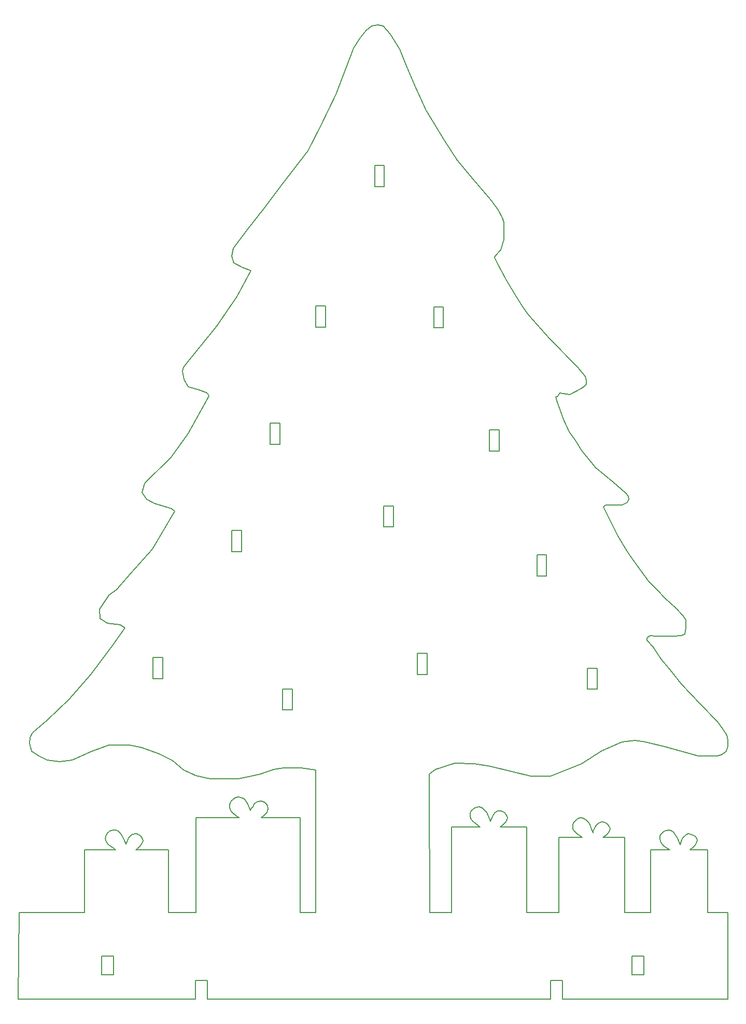
<source format=gko>
G04*
G04 #@! TF.GenerationSoftware,Altium Limited,Altium NEXUS,2.1.9 (83)*
G04*
G04 Layer_Color=16711935*
%FSLAX44Y44*%
%MOMM*%
G71*
G01*
G75*
%ADD10C,0.2000*%
D10*
X860500Y273500D02*
Y303750D01*
X841000Y273500D02*
X860500D01*
X841000D02*
Y303750D01*
X860500D01*
X1726250Y273500D02*
Y303750D01*
X1706750Y273500D02*
X1726250D01*
X1706750D02*
Y303750D01*
X1726250D01*
X1152000Y705410D02*
Y739910D01*
X1136000Y705410D02*
X1152000D01*
X1136000D02*
Y739910D01*
X1152000D01*
X1650000Y739410D02*
Y773910D01*
X1634000Y739410D02*
X1650000D01*
X1634000D02*
Y773910D01*
X1650000D01*
X940500Y756410D02*
Y790910D01*
X924500Y756410D02*
X940500D01*
X924500D02*
Y790910D01*
X940500D01*
X1372500Y763410D02*
Y797910D01*
X1356500Y763410D02*
X1372500D01*
X1356500D02*
Y797910D01*
X1372500D01*
X1567500Y924410D02*
Y958910D01*
X1551500Y924410D02*
X1567500D01*
X1551500D02*
Y958910D01*
X1567500D01*
X1069500Y964410D02*
Y998910D01*
X1053500Y964410D02*
X1069500D01*
X1053500D02*
Y998910D01*
X1069500D01*
X1317000Y1004410D02*
Y1038910D01*
X1301000Y1004410D02*
X1317000D01*
X1301000D02*
Y1038910D01*
X1317000D01*
X1490000Y1128410D02*
Y1162910D01*
X1474000Y1128410D02*
X1490000D01*
X1474000D02*
Y1162910D01*
X1490000D01*
X1131500Y1139410D02*
Y1173910D01*
X1115500Y1139410D02*
X1131500D01*
X1115500D02*
Y1173910D01*
X1131500D01*
X1399000Y1329410D02*
Y1363910D01*
X1383000Y1329410D02*
X1399000D01*
X1383000D02*
Y1363910D01*
X1399000D01*
X1206500Y1330410D02*
Y1364910D01*
X1190500Y1330410D02*
X1206500D01*
X1190500D02*
Y1364910D01*
X1206500D01*
X1302500Y1560410D02*
Y1594910D01*
X1286500Y1560410D02*
X1302500D01*
X1286500D02*
Y1594910D01*
X1302500D01*
X1291860Y1824070D02*
X1300750Y1822800D01*
X1281700D02*
X1291860Y1824070D01*
X1272810Y1815180D02*
X1281700Y1822800D01*
X1262650Y1802480D02*
X1272810Y1815180D01*
X1252490Y1785970D02*
X1262650Y1802480D01*
X1223280Y1711040D02*
X1252490Y1785970D01*
X1199150Y1660240D02*
X1223280Y1711040D01*
X1177560Y1618330D02*
X1199150Y1660240D01*
X1134380Y1562450D02*
X1177560Y1618330D01*
X1106440Y1525620D02*
X1134380Y1562450D01*
X1078500Y1490060D02*
X1106440Y1525620D01*
X1055640Y1459580D02*
X1078500Y1490060D01*
X1053100Y1446880D02*
X1055640Y1459580D01*
X1053100Y1446880D02*
X1056910Y1435450D01*
X1070880Y1427830D01*
X1084850Y1422750D01*
X1061990Y1380840D02*
X1084850Y1422750D01*
X1028970Y1332580D02*
X1061990Y1380840D01*
X974360Y1265270D02*
X1028970Y1332580D01*
X973090Y1258920D02*
X974360Y1265270D01*
X973090Y1258920D02*
X975630Y1244950D01*
X981980Y1233520D01*
X999760Y1228440D01*
X1013730Y1223360D01*
X1016270Y1218280D01*
X981980Y1157320D02*
X1016270Y1218280D01*
X954040Y1117950D02*
X981980Y1157320D01*
X910860Y1076040D02*
X954040Y1117950D01*
X907050Y1060800D02*
X910860Y1076040D01*
X907050Y1060800D02*
X914670Y1049370D01*
X927370Y1043020D01*
X955310Y1034130D01*
X960390Y1030320D01*
X923560Y968090D02*
X960390Y1030320D01*
X888000Y928720D02*
X923560Y968090D01*
X865140Y902050D02*
X888000Y928720D01*
X852440Y893160D02*
X865140Y902050D01*
X837200Y870300D02*
X852440Y893160D01*
X837200Y870300D02*
X838470Y855060D01*
X849900Y847440D01*
X871490Y844900D01*
X879110Y839820D01*
X858790Y810610D02*
X879110Y839820D01*
X823230Y763620D02*
X858790Y810610D01*
X787670Y722980D02*
X823230Y763620D01*
X752110Y688690D02*
X787670Y722980D01*
X727980Y668370D02*
X752110Y688690D01*
X724170Y660750D02*
X727980Y668370D01*
X722900Y650590D02*
X724170Y660750D01*
X722900Y650590D02*
X726710Y637890D01*
X738140Y630270D01*
X752110Y623920D01*
X772430Y621380D01*
X792750Y623920D01*
X807990Y630270D01*
X824500Y637890D01*
X852440Y648050D01*
X886730D01*
X907050Y644240D01*
X934990Y634080D01*
X956580Y622650D01*
X974360Y607410D01*
X994680Y598520D01*
X1017540Y593440D01*
X1063260D01*
X1077230Y595980D01*
X1100090Y601060D01*
X1121680Y608680D01*
X1138190Y611220D01*
X1166130D01*
X1190260Y607410D01*
Y375000D02*
Y607410D01*
X1165000Y375000D02*
X1190260D01*
X1165000Y529236D02*
X1165000Y375000D01*
X1101500Y529234D02*
X1165000Y529236D01*
X1101500Y529234D02*
X1106750Y534000D01*
X1110500Y538250D01*
X1112000Y541750D01*
X1112500Y544250D01*
X1112000Y548750D02*
X1112500Y544250D01*
X1110250Y551250D02*
X1112000Y548750D01*
X1106500Y554750D02*
X1110250Y551250D01*
X1101500Y556750D02*
X1106500Y554750D01*
X1095500Y556250D02*
X1101500Y556750D01*
X1092000Y554500D02*
X1095500Y556250D01*
X1089250Y551500D02*
X1092000Y554500D01*
X1087500Y547750D02*
X1089250Y551500D01*
X1085750Y545000D02*
X1087500Y547750D01*
X1084000Y541250D02*
X1085750Y545000D01*
X1081500Y547250D02*
X1084000Y541250D01*
X1079750Y551500D02*
X1081500Y547250D01*
X1077750Y554250D02*
X1079750Y551500D01*
X1075500Y558250D02*
X1077750Y554250D01*
X1073000Y560750D02*
X1075500Y558250D01*
X1069750Y561750D02*
X1073000Y560750D01*
X1064500Y563250D02*
X1069750Y561750D01*
X1060250Y562750D02*
X1064500Y563250D01*
X1057250Y561000D02*
X1060250Y562750D01*
X1054500Y559250D02*
X1057250Y561000D01*
X1052000Y556500D02*
X1054500Y559250D01*
X1050750Y553500D02*
X1052000Y556500D01*
X1050000Y550500D02*
X1050750Y553500D01*
X1049750Y547000D02*
X1050000Y550500D01*
X1049750Y547000D02*
X1050750Y543250D01*
X1052750Y539750D01*
X1055750Y536500D01*
X1058250Y534750D01*
X1061000Y532000D01*
X1064000Y530500D01*
X1065000Y529232D01*
X994680Y529230D02*
X1065000Y529232D01*
X994680Y529230D02*
X994680Y375000D01*
X950000D02*
X994680D01*
X950000D02*
Y477160D01*
X896750D02*
X950000D01*
X896750D02*
X900500Y480500D01*
X904250Y484000D01*
X907000Y487750D01*
X908000Y491250D01*
X907750Y494750D02*
X908000Y491250D01*
X905750Y497500D02*
X907750Y494750D01*
X903750Y500000D02*
X905750Y497500D01*
X900250Y502250D02*
X903750Y500000D01*
X897250Y503500D02*
X900250Y502250D01*
X891000Y502500D02*
X897250Y503500D01*
X888000Y500000D02*
X891000Y502500D01*
X885000Y496250D02*
X888000Y500000D01*
X882750Y492250D02*
X885000Y496250D01*
X880500Y486750D02*
X882750Y492250D01*
X877250Y494250D02*
X880500Y486750D01*
X874000Y500500D02*
X877250Y494250D01*
X871250Y504500D02*
X874000Y500500D01*
X867500Y507500D02*
X871250Y504500D01*
X864000Y509500D02*
X867500Y507500D01*
X860000Y509750D02*
X864000Y509500D01*
X855250Y508250D02*
X860000Y509750D01*
X851000Y505250D02*
X855250Y508250D01*
X848000Y502000D02*
X851000Y505250D01*
X847000Y495000D02*
X848000Y502000D01*
X847000Y495000D02*
X848500Y490750D01*
X851000Y486750D01*
X854750Y483500D01*
X859250Y480750D01*
X863500Y477160D01*
X812500D02*
X863500D01*
X812500Y375000D02*
Y477160D01*
X705737Y375000D02*
X812500D01*
X704741Y233500D02*
X705737Y375000D01*
X704741Y233500D02*
X994000D01*
Y263750D01*
X1013500D01*
Y233500D02*
Y263750D01*
Y233500D02*
X1573500D01*
Y263750D01*
X1593000D01*
Y233500D02*
Y263750D01*
Y233500D02*
X1863360D01*
Y375000D01*
X1830000D02*
X1863360D01*
X1830000D02*
Y477160D01*
X1802000D02*
X1830000D01*
X1802000D02*
X1806500Y481000D01*
X1809750Y484500D01*
X1812000Y488000D01*
X1813250Y492250D01*
X1812500Y495500D02*
X1813250Y492250D01*
X1809750Y499000D02*
X1812500Y495500D01*
X1806500Y501250D02*
X1809750Y499000D01*
X1802750Y502750D02*
X1806500Y501250D01*
X1799250Y503000D02*
X1802750Y502750D01*
X1796250Y502250D02*
X1799250Y503000D01*
X1793000Y500250D02*
X1796250Y502250D01*
X1790000Y496250D02*
X1793000Y500250D01*
X1788250Y493000D02*
X1790000Y496250D01*
X1785250Y486000D02*
X1788250Y493000D01*
X1781500Y495500D02*
X1785250Y486000D01*
X1777500Y502750D02*
X1781500Y495500D01*
X1774500Y506000D02*
X1777500Y502750D01*
X1770750Y508500D02*
X1774500Y506000D01*
X1767000Y509500D02*
X1770750Y508500D01*
X1763000Y508750D02*
X1767000Y509500D01*
X1759000Y507500D02*
X1763000Y508750D01*
X1755750Y504250D02*
X1759000Y507500D01*
X1753750Y501750D02*
X1755750Y504250D01*
X1752750Y498750D02*
X1753750Y501750D01*
X1752500Y495500D02*
X1752750Y498750D01*
X1752500Y495500D02*
X1753500Y490500D01*
X1756000Y486750D01*
X1759250Y483500D01*
X1762750Y480250D01*
X1768250Y477160D01*
X1737500D02*
X1768250D01*
X1737500Y375000D02*
Y477160D01*
X1695000Y375000D02*
X1737500D01*
X1695000D02*
Y497160D01*
X1659750D02*
X1695000D01*
X1659750D02*
X1664250Y500500D01*
X1668000Y504250D01*
X1670250Y508750D01*
X1671000Y511500D01*
X1669750Y515500D02*
X1671000Y511500D01*
X1668000Y518000D02*
X1669750Y515500D01*
X1665000Y520500D02*
X1668000Y518000D01*
X1662250Y522250D02*
X1665000Y520500D01*
X1658500Y523000D02*
X1662250Y522250D01*
X1653000Y521500D02*
X1658500Y523000D01*
X1650250Y519000D02*
X1653000Y521500D01*
X1648500Y517000D02*
X1650250Y519000D01*
X1646750Y514250D02*
X1648500Y517000D01*
X1644750Y511000D02*
X1646750Y514250D01*
X1643500Y507750D02*
X1644750Y511000D01*
X1643000Y505500D02*
X1643500Y507750D01*
X1640000Y512500D02*
X1643000Y505500D01*
X1638000Y518500D02*
X1640000Y512500D01*
X1635500Y522250D02*
X1638000Y518500D01*
X1632000Y525750D02*
X1635500Y522250D01*
X1629000Y528000D02*
X1632000Y525750D01*
X1623500Y529250D02*
X1629000Y528000D01*
X1619750Y528500D02*
X1623500Y529250D01*
X1616750Y526750D02*
X1619750Y528500D01*
X1613500Y524000D02*
X1616750Y526750D01*
X1611250Y521000D02*
X1613500Y524000D01*
X1610250Y518000D02*
X1611250Y521000D01*
X1610000Y515250D02*
X1610250Y518000D01*
X1610000Y515250D02*
X1610500Y511250D01*
X1612750Y507750D01*
X1615500Y504750D01*
X1618250Y502250D01*
X1621750Y499750D01*
X1625500Y497160D01*
X1587500D02*
X1625500D01*
X1587500Y375000D02*
Y497160D01*
X1535000Y375000D02*
X1587500D01*
X1535000D02*
Y514660D01*
X1491750D02*
X1535000D01*
X1491750D02*
X1496500Y518500D01*
X1501000Y523250D01*
X1503250Y529000D01*
X1502750Y532500D02*
X1503250Y529000D01*
X1501250Y534750D02*
X1502750Y532500D01*
X1498750Y537750D02*
X1501250Y534750D01*
X1495500Y539750D02*
X1498750Y537750D01*
X1492250Y540750D02*
X1495500Y539750D01*
X1487500Y540500D02*
X1492250Y540750D01*
X1483250Y538000D02*
X1487500Y540500D01*
X1481000Y535000D02*
X1483250Y538000D01*
X1478750Y531500D02*
X1481000Y535000D01*
X1475500Y524000D02*
X1478750Y531500D01*
X1472250Y532250D02*
X1475500Y524000D01*
X1469750Y537750D02*
X1472250Y532250D01*
X1468000Y540000D02*
X1469750Y537750D01*
X1465750Y542500D02*
X1468000Y540000D01*
X1462250Y546000D02*
X1465750Y542500D01*
X1456750Y547500D02*
X1462250Y546000D01*
X1453250Y546750D02*
X1456750Y547500D01*
X1450000Y545500D02*
X1453250Y546750D01*
X1447000Y543500D02*
X1450000Y545500D01*
X1444500Y541000D02*
X1447000Y543500D01*
X1443000Y537250D02*
X1444500Y541000D01*
X1442500Y532500D02*
X1443000Y537250D01*
X1442500Y532500D02*
X1443500Y528000D01*
X1446750Y524000D01*
X1450750Y520000D01*
X1458500Y514660D01*
X1412500D02*
X1458500D01*
X1412500Y375000D02*
Y514660D01*
X1376950Y375000D02*
X1412500D01*
X1375680Y584550D02*
X1376950Y375000D01*
X1375680Y584550D02*
Y601060D01*
X1385840Y608680D01*
X1417590Y618840D01*
X1449340Y617570D01*
X1476010Y613760D01*
X1542050Y597250D01*
X1573800D01*
X1624600Y617570D01*
X1657620Y639160D01*
X1690640Y653130D01*
X1712230Y655670D01*
X1728740Y653130D01*
X1760490Y645510D01*
X1815100Y630270D01*
X1846850D01*
X1854470Y632810D01*
X1860820Y637890D01*
X1863360Y646780D01*
Y656940D01*
X1862090Y664560D02*
X1863360Y656940D01*
X1855740Y673450D02*
X1862090Y664560D01*
X1846850Y686150D02*
X1855740Y673450D01*
X1818910Y715360D02*
X1846850Y686150D01*
X1787160Y748380D02*
X1818910Y715360D01*
X1771920Y767430D02*
X1787160Y748380D01*
X1754140Y789020D02*
X1771920Y767430D01*
X1741440Y808070D02*
X1754140Y789020D01*
X1731280Y819500D02*
X1741440Y808070D01*
X1731280Y819500D02*
Y823310D01*
X1736360Y827120D01*
X1747790Y825850D01*
X1773190D01*
X1787160Y827120D01*
X1793510Y829660D01*
X1794780Y839820D01*
Y852520D01*
X1790970Y858870D02*
X1794780Y852520D01*
X1778270Y872840D02*
X1790970Y858870D01*
X1761760Y886810D02*
X1778270Y872840D01*
X1747790Y902050D02*
X1761760Y886810D01*
X1733820Y916020D02*
X1747790Y902050D01*
X1713500Y943960D02*
X1733820Y916020D01*
X1700800Y961740D02*
X1713500Y943960D01*
X1691910Y976980D02*
X1700800Y961740D01*
X1683020Y990950D02*
X1691910Y976980D01*
X1674130Y1010000D02*
X1683020Y990950D01*
X1663970Y1030320D02*
X1674130Y1010000D01*
X1660160Y1036670D02*
X1663970Y1030320D01*
X1660160Y1036670D02*
X1663970Y1040480D01*
X1690640D01*
X1699530Y1044290D01*
X1702070Y1049370D01*
X1700800Y1054450D02*
X1702070Y1049370D01*
X1696990Y1059530D02*
X1700800Y1054450D01*
X1676670Y1077310D02*
X1696990Y1059530D01*
X1647460Y1101440D02*
X1676670Y1077310D01*
X1624600Y1129380D02*
X1647460Y1101440D01*
X1615710Y1144620D02*
X1624600Y1129380D01*
X1604280Y1159860D02*
X1615710Y1144620D01*
X1595390Y1180180D02*
X1604280Y1159860D01*
X1583960Y1210660D02*
X1595390Y1180180D01*
X1582690Y1217010D02*
X1583960Y1210660D01*
X1582690Y1217010D02*
X1585230D01*
X1589040Y1223360D01*
X1605550Y1220820D01*
X1623330Y1229710D01*
X1628410Y1233520D01*
X1632220Y1237330D01*
Y1243680D01*
X1630950Y1250030D02*
X1632220Y1243680D01*
X1618250Y1265270D02*
X1630950Y1250030D01*
X1572530Y1312260D02*
X1618250Y1265270D01*
X1538240Y1350360D02*
X1572530Y1312260D01*
X1529350Y1363060D02*
X1538240Y1350360D01*
X1516650Y1383380D02*
X1529350Y1363060D01*
X1501410Y1408780D02*
X1516650Y1383380D01*
X1487440Y1434180D02*
X1501410Y1408780D01*
X1482360Y1444340D02*
X1487440Y1434180D01*
X1482360Y1444340D02*
X1483630Y1446880D01*
X1492520Y1457040D01*
X1497600Y1473550D01*
Y1501490D01*
X1495060Y1509110D02*
X1497600Y1501490D01*
X1488710Y1521810D02*
X1495060Y1509110D01*
X1477280Y1537050D02*
X1488710Y1521810D01*
X1446800Y1572610D02*
X1477280Y1537050D01*
X1421400Y1603090D02*
X1446800Y1572610D01*
X1401080Y1634840D02*
X1421400Y1603090D01*
X1370600Y1684370D02*
X1401080Y1634840D01*
X1352820Y1723740D02*
X1370600Y1684370D01*
X1340120Y1752950D02*
X1352820Y1723740D01*
X1327420Y1784700D02*
X1340120Y1752950D01*
X1312180Y1808830D02*
X1327420Y1784700D01*
X1300750Y1822800D02*
X1312180Y1808830D01*
M02*

</source>
